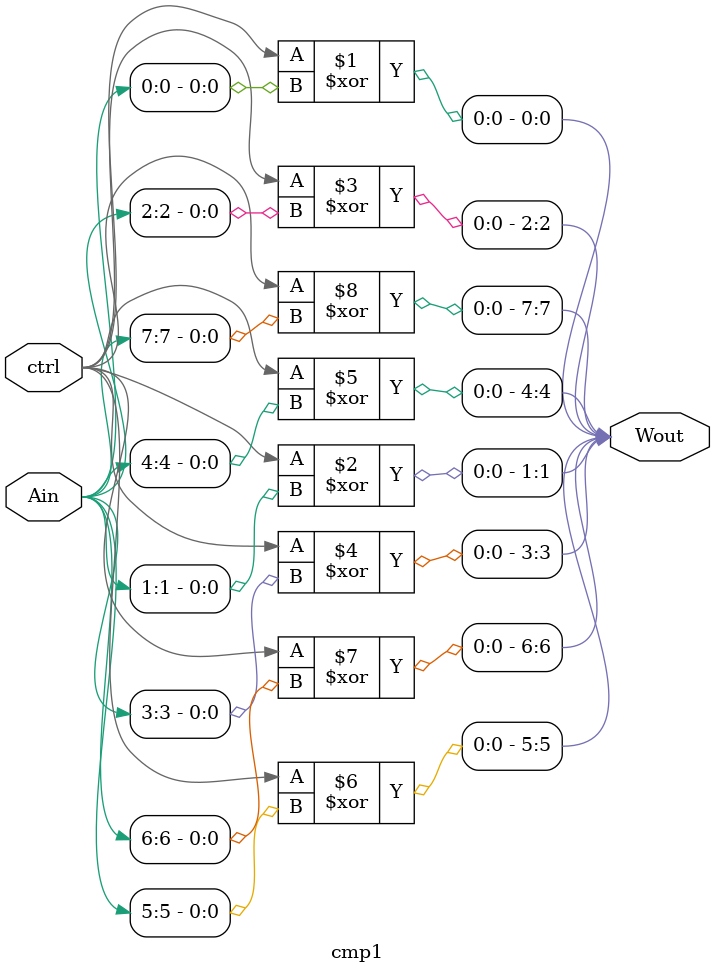
<source format=v>
module cmp1(Wout,Ain,ctrl);
	parameter N = 8;
	output reg [N-1:0]Wout;
	input [N-1:0]Ain;
	input ctrl;

	genvar i;
	generate
		for(i=0; i<N; i=i+1)
			assign Wout[i] = ctrl ^ Ain[i];
	endgenerate
endmodule
</source>
